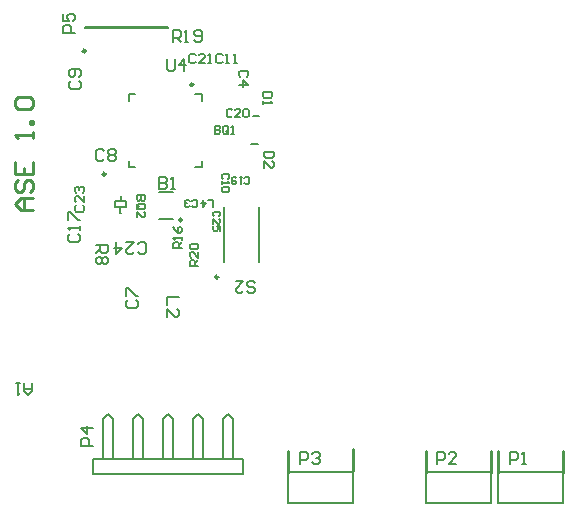
<source format=gto>
%FSLAX25Y25*%
%MOIN*%
G70*
G01*
G75*
%ADD10O,0.00984X0.02559*%
%ADD11O,0.02559X0.00984*%
%ADD12R,0.17716X0.17716*%
%ADD13R,0.02953X0.03543*%
%ADD14R,0.05315X0.03740*%
%ADD15R,0.01575X0.01575*%
%ADD16R,0.00039X0.11811*%
%ADD17R,0.02559X0.06102*%
%ADD18R,0.03543X0.03937*%
%ADD19R,0.03937X0.01378*%
%ADD20R,0.02953X0.09449*%
%ADD21R,0.01969X0.02362*%
%ADD22R,0.02362X0.01969*%
%ADD23C,0.03937*%
%ADD24C,0.00787*%
%ADD25C,0.02000*%
%ADD26C,0.01969*%
%ADD27C,0.01181*%
%ADD28C,0.01000*%
%ADD29C,0.03937*%
%ADD30R,0.02913X0.03937*%
%ADD31R,0.03150X0.04724*%
%ADD32R,0.05079X0.19193*%
%ADD33R,0.03937X0.36142*%
%ADD34R,0.04764X1.00709*%
%ADD35R,0.15590X0.08583*%
%ADD36R,0.04764X0.12598*%
%ADD37R,0.05079X0.12598*%
%ADD38R,0.07992X0.01811*%
G04:AMPARAMS|DCode=39|XSize=18.11mil|YSize=66.44mil|CornerRadius=0mil|HoleSize=0mil|Usage=FLASHONLY|Rotation=124.500|XOffset=0mil|YOffset=0mil|HoleType=Round|Shape=Rectangle|*
%AMROTATEDRECTD39*
4,1,4,0.03251,0.01135,-0.02225,-0.02628,-0.03251,-0.01135,0.02225,0.02628,0.03251,0.01135,0.0*
%
%ADD39ROTATEDRECTD39*%

%ADD40R,0.03500X0.06000*%
%ADD41R,0.04000X0.03870*%
%ADD42R,0.04000X0.03709*%
%ADD43C,0.05906*%
%ADD44R,0.05906X0.05906*%
%ADD45C,0.11811*%
%ADD46C,0.02598*%
%ADD47C,0.03150*%
%ADD48R,0.02559X0.00984*%
%ADD49R,0.03150X0.05512*%
%ADD50R,0.02362X0.04528*%
%ADD51O,0.02362X0.07284*%
%ADD52R,0.03937X0.06496*%
%ADD53R,0.08268X0.05512*%
%ADD54O,0.00984X0.02362*%
%ADD55O,0.05118X0.01772*%
%ADD56R,0.01969X0.00984*%
%ADD57R,0.05118X0.03937*%
%ADD58O,0.02362X0.08071*%
%ADD59R,0.08071X0.03150*%
%ADD60R,0.03543X0.03150*%
%ADD61R,0.03937X0.05118*%
%ADD62R,0.03150X0.03543*%
%ADD63C,0.03150*%
%ADD64C,0.01575*%
%ADD65C,0.00984*%
D24*
X381941Y378705D02*
X384205D01*
Y376441D02*
Y378705D01*
Y354295D02*
Y356559D01*
X381941Y354295D02*
X384205D01*
X359795D02*
X362059D01*
X359795D02*
Y356559D01*
Y376441D02*
Y378705D01*
X362059D01*
X400735Y362000D02*
X402900D01*
X348000Y252000D02*
X398000D01*
X351333Y257000D02*
Y270333D01*
X353000Y272000D01*
X354667Y270333D01*
Y257000D02*
Y270333D01*
X361333Y257000D02*
Y270333D01*
X363000Y272000D01*
X364667Y270333D01*
Y257000D02*
Y270333D01*
X371333Y257000D02*
Y270333D01*
X373000Y272000D01*
X374667Y270333D01*
Y257000D02*
Y270333D01*
X381333Y257000D02*
Y270333D01*
X383000Y272000D01*
X384667Y270333D01*
Y257000D02*
Y270333D01*
X391333Y257000D02*
Y270333D01*
X393000Y272000D01*
X394667Y270333D01*
Y257000D02*
Y270333D01*
X398000Y252000D02*
Y257000D01*
X348000D02*
X398000D01*
X348000Y252000D02*
Y257000D01*
X391500Y322748D02*
Y333083D01*
Y330917D02*
Y341252D01*
X403291D02*
X403390D01*
Y330917D02*
Y341252D01*
Y322748D02*
Y333083D01*
X403291Y322748D02*
X403390D01*
X413047Y242579D02*
Y247500D01*
Y242579D02*
X434602D01*
Y252716D01*
X413047D02*
X434602D01*
X413047Y247500D02*
Y252716D01*
X355327Y343181D02*
X358772D01*
X355327Y341213D02*
Y343181D01*
Y341213D02*
X358772D01*
Y343181D01*
X357098Y343280D02*
Y344657D01*
X357049Y338998D02*
Y341213D01*
Y338998D02*
X357098Y338949D01*
X372295Y345929D02*
X374559D01*
X369835Y345929D02*
X372098D01*
X369933Y336972D02*
X372197D01*
X372295Y336972D02*
X374559D01*
X372779Y400902D02*
Y401098D01*
X345220Y400902D02*
Y401098D01*
Y400902D02*
X372779D01*
X345220Y401098D02*
X372779D01*
X401100Y371500D02*
X403265D01*
X483047Y242579D02*
Y247500D01*
Y242579D02*
X504602D01*
Y252716D01*
X483047D02*
X504602D01*
X483047Y247500D02*
Y252716D01*
X459047Y242579D02*
Y247500D01*
Y242579D02*
X480602D01*
Y252716D01*
X459047D02*
X480602D01*
X459047Y247500D02*
Y252716D01*
X372500Y390436D02*
Y387156D01*
X373156Y386500D01*
X374468D01*
X375124Y387156D01*
Y390436D01*
X378404Y386500D02*
Y390436D01*
X376436Y388468D01*
X379060D01*
X408149Y359500D02*
X405000D01*
Y357926D01*
X405525Y357401D01*
X407624D01*
X408149Y357926D01*
Y359500D01*
X405000Y354252D02*
Y356351D01*
X407099Y354252D01*
X407624D01*
X408149Y354777D01*
Y355827D01*
X407624Y356351D01*
X348000Y261500D02*
X344064D01*
Y263468D01*
X344720Y264124D01*
X346032D01*
X346688Y263468D01*
Y261500D01*
X348000Y267404D02*
X344064D01*
X346032Y265436D01*
Y268060D01*
X388500Y368255D02*
Y365500D01*
X389878D01*
X390337Y365959D01*
Y366418D01*
X389878Y366878D01*
X388500D01*
X389878D01*
X390337Y367337D01*
Y367796D01*
X389878Y368255D01*
X388500D01*
X393092Y365959D02*
Y367796D01*
X392633Y368255D01*
X391714D01*
X391255Y367796D01*
Y365959D01*
X391714Y365500D01*
X392633D01*
X392173Y366418D02*
X393092Y365500D01*
X392633D02*
X393092Y365959D01*
X394010Y365500D02*
X394928D01*
X394469D01*
Y368255D01*
X394010Y367796D01*
X327500Y282500D02*
Y279876D01*
X326188Y278564D01*
X324876Y279876D01*
Y282500D01*
Y280532D01*
X327500D01*
X323564Y282500D02*
X322252D01*
X322908D01*
Y278564D01*
X323564Y279220D01*
X399376Y313220D02*
X400032Y312564D01*
X401344D01*
X402000Y313220D01*
Y313876D01*
X401344Y314532D01*
X400032D01*
X399376Y315188D01*
Y315844D01*
X400032Y316500D01*
X401344D01*
X402000Y315844D01*
X395440Y316500D02*
X398064D01*
X395440Y313876D01*
Y313220D01*
X396096Y312564D01*
X397408D01*
X398064Y313220D01*
X417000Y255500D02*
Y259436D01*
X418968D01*
X419624Y258780D01*
Y257468D01*
X418968Y256812D01*
X417000D01*
X420936Y258780D02*
X421592Y259436D01*
X422904D01*
X423560Y258780D01*
Y258124D01*
X422904Y257468D01*
X422248D01*
X422904D01*
X423560Y256812D01*
Y256156D01*
X422904Y255500D01*
X421592D01*
X420936Y256156D01*
X365255Y345000D02*
X362500D01*
Y343622D01*
X362959Y343163D01*
X363418D01*
X363878Y343622D01*
Y345000D01*
Y343622D01*
X364337Y343163D01*
X364796D01*
X365255Y343622D01*
Y345000D01*
X362959Y340408D02*
X364796D01*
X365255Y340867D01*
Y341786D01*
X364796Y342245D01*
X362959D01*
X362500Y341786D01*
Y340867D01*
X363418Y341327D02*
X362500Y340408D01*
Y340867D02*
X362959Y340408D01*
X362500Y337653D02*
Y339490D01*
X364337Y337653D01*
X364796D01*
X365255Y338112D01*
Y339031D01*
X364796Y339490D01*
X370000Y350936D02*
Y347000D01*
X371968D01*
X372624Y347656D01*
Y348312D01*
X371968Y348968D01*
X370000D01*
X371968D01*
X372624Y349624D01*
Y350280D01*
X371968Y350936D01*
X370000D01*
X373936Y347000D02*
X375248D01*
X374592D01*
Y350936D01*
X373936Y350280D01*
X342000Y399000D02*
X338064D01*
Y400968D01*
X338720Y401624D01*
X340032D01*
X340688Y400968D01*
Y399000D01*
X338064Y405560D02*
Y402936D01*
X340032D01*
X339376Y404248D01*
Y404904D01*
X340032Y405560D01*
X341344D01*
X342000Y404904D01*
Y403592D01*
X341344Y402936D01*
X383000Y321500D02*
X380245D01*
Y322878D01*
X380704Y323337D01*
X381623D01*
X382082Y322878D01*
Y321500D01*
Y322418D02*
X383000Y323337D01*
Y326092D02*
Y324255D01*
X381163Y326092D01*
X380704D01*
X380245Y325633D01*
Y324714D01*
X380704Y324255D01*
Y327010D02*
X380245Y327469D01*
Y328388D01*
X380704Y328847D01*
X382541D01*
X383000Y328388D01*
Y327469D01*
X382541Y327010D01*
X380704D01*
X380926Y341532D02*
X381319Y341139D01*
X382106D01*
X382500Y341532D01*
Y343106D01*
X382106Y343500D01*
X381319D01*
X380926Y343106D01*
X380139Y341532D02*
X379745Y341139D01*
X378958D01*
X378564Y341532D01*
Y341926D01*
X378958Y342319D01*
X379351D01*
X378958D01*
X378564Y342713D01*
Y343106D01*
X378958Y343500D01*
X379745D01*
X380139Y343106D01*
X399124Y384401D02*
X399649Y384926D01*
Y385975D01*
X399124Y386500D01*
X397025D01*
X396500Y385975D01*
Y384926D01*
X397025Y384401D01*
X396500Y381777D02*
X399649D01*
X398074Y383351D01*
Y381252D01*
X359720Y310124D02*
X359064Y309468D01*
Y308156D01*
X359720Y307500D01*
X362344D01*
X363000Y308156D01*
Y309468D01*
X362344Y310124D01*
X359064Y311436D02*
Y314060D01*
X359720D01*
X362344Y311436D01*
X363000D01*
X351624Y359780D02*
X350968Y360436D01*
X349656D01*
X349000Y359780D01*
Y357156D01*
X349656Y356500D01*
X350968D01*
X351624Y357156D01*
X352936Y359780D02*
X353592Y360436D01*
X354904D01*
X355560Y359780D01*
Y359124D01*
X354904Y358468D01*
X355560Y357812D01*
Y357156D01*
X354904Y356500D01*
X353592D01*
X352936Y357156D01*
Y357812D01*
X353592Y358468D01*
X352936Y359124D01*
Y359780D01*
X353592Y358468D02*
X354904D01*
X340720Y383124D02*
X340064Y382468D01*
Y381156D01*
X340720Y380500D01*
X343344D01*
X344000Y381156D01*
Y382468D01*
X343344Y383124D01*
Y384436D02*
X344000Y385092D01*
Y386404D01*
X343344Y387060D01*
X340720D01*
X340064Y386404D01*
Y385092D01*
X340720Y384436D01*
X341376D01*
X342032Y385092D01*
Y387060D01*
X392968Y350426D02*
X393361Y350819D01*
Y351606D01*
X392968Y352000D01*
X391394D01*
X391000Y351606D01*
Y350819D01*
X391394Y350426D01*
X391000Y349639D02*
Y348851D01*
Y349245D01*
X393361D01*
X392968Y349639D01*
Y347671D02*
X393361Y347277D01*
Y346490D01*
X392968Y346096D01*
X391394D01*
X391000Y346490D01*
Y347277D01*
X391394Y347671D01*
X392968D01*
X391099Y391624D02*
X390574Y392149D01*
X389525D01*
X389000Y391624D01*
Y389525D01*
X389525Y389000D01*
X390574D01*
X391099Y389525D01*
X392149Y389000D02*
X393198D01*
X392673D01*
Y392149D01*
X392149Y391624D01*
X394772Y389000D02*
X395822D01*
X395297D01*
Y392149D01*
X394772Y391624D01*
X340220Y332124D02*
X339564Y331468D01*
Y330156D01*
X340220Y329500D01*
X342844D01*
X343500Y330156D01*
Y331468D01*
X342844Y332124D01*
X343500Y333436D02*
Y334748D01*
Y334092D01*
X339564D01*
X340220Y333436D01*
X339564Y336716D02*
Y339339D01*
X340220D01*
X342844Y336716D01*
X343500D01*
X398426Y349032D02*
X398819Y348639D01*
X399606D01*
X400000Y349032D01*
Y350606D01*
X399606Y351000D01*
X398819D01*
X398426Y350606D01*
X397639Y351000D02*
X396851D01*
X397245D01*
Y348639D01*
X397639Y349032D01*
X395671Y350606D02*
X395277Y351000D01*
X394490D01*
X394096Y350606D01*
Y349032D01*
X394490Y348639D01*
X395277D01*
X395671Y349032D01*
Y349426D01*
X395277Y349819D01*
X394096D01*
X394337Y373296D02*
X393878Y373755D01*
X392959D01*
X392500Y373296D01*
Y371459D01*
X392959Y371000D01*
X393878D01*
X394337Y371459D01*
X397092Y371000D02*
X395255D01*
X397092Y372837D01*
Y373296D01*
X396633Y373755D01*
X395714D01*
X395255Y373296D01*
X398010D02*
X398469Y373755D01*
X399388D01*
X399847Y373296D01*
Y371459D01*
X399388Y371000D01*
X398469D01*
X398010Y371459D01*
Y373296D01*
X382099Y391624D02*
X381574Y392149D01*
X380525D01*
X380000Y391624D01*
Y389525D01*
X380525Y389000D01*
X381574D01*
X382099Y389525D01*
X385248Y389000D02*
X383149D01*
X385248Y391099D01*
Y391624D01*
X384723Y392149D01*
X383673D01*
X383149Y391624D01*
X386297Y389000D02*
X387347D01*
X386822D01*
Y392149D01*
X386297Y391624D01*
X342376Y341599D02*
X341851Y341074D01*
Y340025D01*
X342376Y339500D01*
X344475D01*
X345000Y340025D01*
Y341074D01*
X344475Y341599D01*
X345000Y344748D02*
Y342649D01*
X342901Y344748D01*
X342376D01*
X341851Y344223D01*
Y343173D01*
X342376Y342649D01*
Y345797D02*
X341851Y346322D01*
Y347372D01*
X342376Y347896D01*
X342901D01*
X343426Y347372D01*
Y346847D01*
Y347372D01*
X343951Y347896D01*
X344475D01*
X345000Y347372D01*
Y346322D01*
X344475Y345797D01*
X362876Y326220D02*
X363532Y325564D01*
X364844D01*
X365500Y326220D01*
Y328844D01*
X364844Y329500D01*
X363532D01*
X362876Y328844D01*
X358940Y329500D02*
X361564D01*
X358940Y326876D01*
Y326220D01*
X359596Y325564D01*
X360908D01*
X361564Y326220D01*
X355661Y329500D02*
Y325564D01*
X357628Y327532D01*
X355005D01*
X389968Y337926D02*
X390361Y338319D01*
Y339106D01*
X389968Y339500D01*
X388394D01*
X388000Y339106D01*
Y338319D01*
X388394Y337926D01*
X388000Y335564D02*
Y337139D01*
X389574Y335564D01*
X389968D01*
X390361Y335958D01*
Y336745D01*
X389968Y337139D01*
X390361Y333203D02*
Y334777D01*
X389181D01*
X389574Y333990D01*
Y333596D01*
X389181Y333203D01*
X388394D01*
X388000Y333596D01*
Y334384D01*
X388394Y334777D01*
X407649Y379500D02*
X404500D01*
Y377926D01*
X405025Y377401D01*
X407124D01*
X407649Y377926D01*
Y379500D01*
X404500Y376351D02*
Y375302D01*
Y375827D01*
X407649D01*
X407124Y376351D01*
X376436Y311000D02*
X372500D01*
Y308376D01*
Y304440D02*
Y307064D01*
X375124Y304440D01*
X375780D01*
X376436Y305096D01*
Y306408D01*
X375780Y307064D01*
X388000Y341139D02*
Y343500D01*
X386426D01*
X384458D02*
Y341139D01*
X385639Y342319D01*
X384064D01*
X487000Y255500D02*
Y259436D01*
X488968D01*
X489624Y258780D01*
Y257468D01*
X488968Y256812D01*
X487000D01*
X490936Y255500D02*
X492248D01*
X491592D01*
Y259436D01*
X490936Y258780D01*
X462500Y255500D02*
Y259436D01*
X464468D01*
X465124Y258780D01*
Y257468D01*
X464468Y256812D01*
X462500D01*
X469060Y255500D02*
X466436D01*
X469060Y258124D01*
Y258780D01*
X468404Y259436D01*
X467092D01*
X466436Y258780D01*
X349000Y328500D02*
X352936D01*
Y326532D01*
X352280Y325876D01*
X350968D01*
X350312Y326532D01*
Y328500D01*
Y327188D02*
X349000Y325876D01*
X352280Y324564D02*
X352936Y323908D01*
Y322596D01*
X352280Y321940D01*
X351624D01*
X350968Y322596D01*
X350312Y321940D01*
X349656D01*
X349000Y322596D01*
Y323908D01*
X349656Y324564D01*
X350312D01*
X350968Y323908D01*
X351624Y324564D01*
X352280D01*
X350968Y323908D02*
Y322596D01*
X377500Y327500D02*
X374745D01*
Y328877D01*
X375204Y329337D01*
X376122D01*
X376582Y328877D01*
Y327500D01*
Y328418D02*
X377500Y329337D01*
Y330255D02*
Y331173D01*
Y330714D01*
X374745D01*
X375204Y330255D01*
X374745Y334388D02*
X375204Y333469D01*
X376122Y332551D01*
X377041D01*
X377500Y333010D01*
Y333928D01*
X377041Y334388D01*
X376582D01*
X376122Y333928D01*
Y332551D01*
X374500Y396000D02*
Y399936D01*
X376468D01*
X377124Y399280D01*
Y397968D01*
X376468Y397312D01*
X374500D01*
X375812D02*
X377124Y396000D01*
X378436D02*
X379748D01*
X379092D01*
Y399936D01*
X378436Y399280D01*
X381715Y396656D02*
X382371Y396000D01*
X383683D01*
X384339Y396656D01*
Y399280D01*
X383683Y399936D01*
X382371D01*
X381715Y399280D01*
Y398624D01*
X382371Y397968D01*
X384339D01*
D28*
X413000Y252500D02*
Y259898D01*
X434500Y253000D02*
Y260398D01*
X459000Y252500D02*
Y259898D01*
X480500Y252500D02*
Y259898D01*
X483000Y252500D02*
Y259898D01*
X504500Y252500D02*
Y259898D01*
X328000Y340000D02*
X324012D01*
X322018Y341994D01*
X324012Y343988D01*
X328000D01*
X325009D01*
Y340000D01*
X323015Y349971D02*
X322018Y348973D01*
Y346979D01*
X323015Y345982D01*
X324012D01*
X325009Y346979D01*
Y348973D01*
X326006Y349971D01*
X327003D01*
X328000Y348973D01*
Y346979D01*
X327003Y345982D01*
X322018Y355953D02*
Y351965D01*
X328000D01*
Y355953D01*
X325009Y351965D02*
Y353959D01*
X328000Y363929D02*
Y365923D01*
Y364926D01*
X322018D01*
X323015Y363929D01*
X328000Y368915D02*
X327003D01*
Y369912D01*
X328000D01*
Y368915D01*
X323015Y373900D02*
X322018Y374897D01*
Y376891D01*
X323015Y377888D01*
X327003D01*
X328000Y376891D01*
Y374897D01*
X327003Y373900D01*
X323015D01*
D65*
X381350Y381854D02*
G03*
X381350Y381854I-492J0D01*
G01*
X389709Y317728D02*
G03*
X389709Y317728I-492J0D01*
G01*
X352177Y352039D02*
G03*
X352177Y352039I-492J0D01*
G01*
X377610Y336776D02*
G03*
X377610Y336776I-492J0D01*
G01*
X345457Y393126D02*
G03*
X345457Y393126I-492J0D01*
G01*
M02*

</source>
